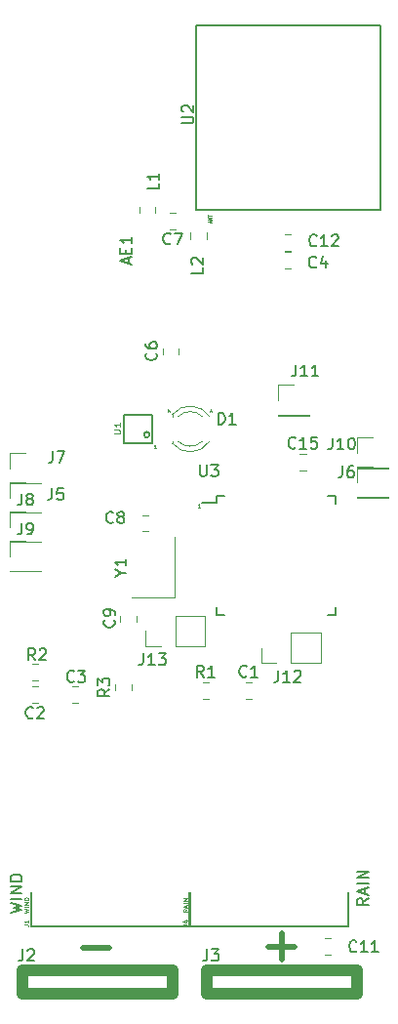
<source format=gto>
G04 #@! TF.GenerationSoftware,KiCad,Pcbnew,5.1.6-c6e7f7d~87~ubuntu20.04.1*
G04 #@! TF.CreationDate,2020-07-20T11:44:09+02:00*
G04 #@! TF.ProjectId,weerstasie,77656572-7374-4617-9369-652e6b696361,rev?*
G04 #@! TF.SameCoordinates,Original*
G04 #@! TF.FileFunction,Legend,Top*
G04 #@! TF.FilePolarity,Positive*
%FSLAX46Y46*%
G04 Gerber Fmt 4.6, Leading zero omitted, Abs format (unit mm)*
G04 Created by KiCad (PCBNEW 5.1.6-c6e7f7d~87~ubuntu20.04.1) date 2020-07-20 11:44:09*
%MOMM*%
%LPD*%
G01*
G04 APERTURE LIST*
%ADD10C,0.150000*%
%ADD11C,0.070000*%
%ADD12C,0.500000*%
%ADD13C,0.120000*%
%ADD14C,1.000000*%
%ADD15C,0.203200*%
%ADD16C,0.125000*%
%ADD17C,0.025400*%
G04 APERTURE END LIST*
D10*
X132989580Y-123715352D02*
X132513390Y-124048685D01*
X132989580Y-124286780D02*
X131989580Y-124286780D01*
X131989580Y-123905828D01*
X132037200Y-123810590D01*
X132084819Y-123762971D01*
X132180057Y-123715352D01*
X132322914Y-123715352D01*
X132418152Y-123762971D01*
X132465771Y-123810590D01*
X132513390Y-123905828D01*
X132513390Y-124286780D01*
X132703866Y-123334400D02*
X132703866Y-122858209D01*
X132989580Y-123429638D02*
X131989580Y-123096304D01*
X132989580Y-122762971D01*
X132989580Y-122429638D02*
X131989580Y-122429638D01*
X132989580Y-121953447D02*
X131989580Y-121953447D01*
X132989580Y-121382019D01*
X131989580Y-121382019D01*
X101915980Y-124982076D02*
X102915980Y-124743980D01*
X102201695Y-124553504D01*
X102915980Y-124363028D01*
X101915980Y-124124933D01*
X102915980Y-123743980D02*
X101915980Y-123743980D01*
X102915980Y-123267790D02*
X101915980Y-123267790D01*
X102915980Y-122696361D01*
X101915980Y-122696361D01*
X102915980Y-122220171D02*
X101915980Y-122220171D01*
X101915980Y-121982076D01*
X101963600Y-121839219D01*
X102058838Y-121743980D01*
X102154076Y-121696361D01*
X102344552Y-121648742D01*
X102487409Y-121648742D01*
X102677885Y-121696361D01*
X102773123Y-121743980D01*
X102868361Y-121839219D01*
X102915980Y-121982076D01*
X102915980Y-122220171D01*
D11*
X115593028Y-81568114D02*
X115593028Y-81268114D01*
X115764457Y-81568114D02*
X115635885Y-81396685D01*
X115764457Y-81268114D02*
X115593028Y-81439542D01*
X119206971Y-81482400D02*
X119349828Y-81482400D01*
X119178400Y-81568114D02*
X119278400Y-81268114D01*
X119378400Y-81568114D01*
X119277600Y-65112857D02*
X119277600Y-64970000D01*
X119363314Y-65141428D02*
X119063314Y-65041428D01*
X119363314Y-64941428D01*
X119363314Y-64841428D02*
X119063314Y-64841428D01*
X119363314Y-64670000D01*
X119063314Y-64670000D01*
X119063314Y-64570000D02*
X119063314Y-64398571D01*
X119363314Y-64484285D02*
X119063314Y-64484285D01*
X118348114Y-89797714D02*
X118176685Y-89797714D01*
X118262400Y-89797714D02*
X118262400Y-89497714D01*
X118233828Y-89540571D01*
X118205257Y-89569142D01*
X118176685Y-89583428D01*
X114538114Y-84666914D02*
X114366685Y-84666914D01*
X114452400Y-84666914D02*
X114452400Y-84366914D01*
X114423828Y-84409771D01*
X114395257Y-84438342D01*
X114366685Y-84452628D01*
D12*
X108178742Y-128027085D02*
X110464457Y-128027085D01*
X124333142Y-127925485D02*
X126618857Y-127925485D01*
X125476000Y-129068342D02*
X125476000Y-126782628D01*
D13*
X118613422Y-106424800D02*
X119130578Y-106424800D01*
X118613422Y-105004800D02*
X119130578Y-105004800D01*
X103779822Y-104799200D02*
X104296978Y-104799200D01*
X103779822Y-103379200D02*
X104296978Y-103379200D01*
X112419200Y-105668578D02*
X112419200Y-105151422D01*
X110999200Y-105668578D02*
X110999200Y-105151422D01*
D10*
X134000000Y-64000000D02*
X134000000Y-48000000D01*
X134000000Y-48000000D02*
X118000000Y-48000000D01*
X118000000Y-48000000D02*
X118000000Y-64000000D01*
X118000000Y-64000000D02*
X134000000Y-64000000D01*
X119825000Y-88825000D02*
X119825000Y-89400000D01*
X130175000Y-88825000D02*
X130175000Y-89500000D01*
X130175000Y-99175000D02*
X130175000Y-98500000D01*
X119825000Y-99175000D02*
X119825000Y-98500000D01*
X119825000Y-88825000D02*
X120500000Y-88825000D01*
X119825000Y-99175000D02*
X120500000Y-99175000D01*
X130175000Y-99175000D02*
X129500000Y-99175000D01*
X130175000Y-88825000D02*
X129500000Y-88825000D01*
X119825000Y-89400000D02*
X118550000Y-89400000D01*
D13*
X125162000Y-81848000D02*
X127822000Y-81848000D01*
X125162000Y-81788000D02*
X125162000Y-81848000D01*
X127822000Y-81788000D02*
X127822000Y-81848000D01*
X125162000Y-81788000D02*
X127822000Y-81788000D01*
X125162000Y-80518000D02*
X125162000Y-79188000D01*
X125162000Y-79188000D02*
X126492000Y-79188000D01*
X128870000Y-103330000D02*
X128870000Y-100670000D01*
X126270000Y-103330000D02*
X128870000Y-103330000D01*
X126270000Y-100670000D02*
X128870000Y-100670000D01*
X126270000Y-103330000D02*
X126270000Y-100670000D01*
X125000000Y-103330000D02*
X123670000Y-103330000D01*
X123670000Y-103330000D02*
X123670000Y-102000000D01*
X118830400Y-101863200D02*
X118830400Y-99203200D01*
X116230400Y-101863200D02*
X118830400Y-101863200D01*
X116230400Y-99203200D02*
X118830400Y-99203200D01*
X116230400Y-101863200D02*
X116230400Y-99203200D01*
X114960400Y-101863200D02*
X113630400Y-101863200D01*
X113630400Y-101863200D02*
X113630400Y-100533200D01*
X115960000Y-81764000D02*
X115960000Y-81920000D01*
X115960000Y-84080000D02*
X115960000Y-84236000D01*
X119192335Y-81921392D02*
G75*
G03*
X115960000Y-81764484I-1672335J-1078608D01*
G01*
X119192335Y-84078608D02*
G75*
G02*
X115960000Y-84235516I-1672335J1078608D01*
G01*
X118561130Y-81920163D02*
G75*
G03*
X116479039Y-81920000I-1041130J-1079837D01*
G01*
X118561130Y-84079837D02*
G75*
G02*
X116479039Y-84080000I-1041130J1079837D01*
G01*
D10*
X111750000Y-81750000D02*
X114250000Y-81750000D01*
X111750000Y-84250000D02*
X111750000Y-81750000D01*
X114250000Y-84250000D02*
X111750000Y-84250000D01*
X114250000Y-81750000D02*
X114250000Y-84250000D01*
X114000000Y-83500000D02*
G75*
G03*
X114000000Y-83500000I-250000J0D01*
G01*
D13*
X132020000Y-88960000D02*
X134680000Y-88960000D01*
X132020000Y-88900000D02*
X132020000Y-88960000D01*
X134680000Y-88900000D02*
X134680000Y-88960000D01*
X132020000Y-88900000D02*
X134680000Y-88900000D01*
X132020000Y-87630000D02*
X132020000Y-86300000D01*
X132020000Y-86300000D02*
X133350000Y-86300000D01*
X101895600Y-87740800D02*
X104555600Y-87740800D01*
X101895600Y-87680800D02*
X101895600Y-87740800D01*
X104555600Y-87680800D02*
X104555600Y-87740800D01*
X101895600Y-87680800D02*
X104555600Y-87680800D01*
X101895600Y-86410800D02*
X101895600Y-85080800D01*
X101895600Y-85080800D02*
X103225600Y-85080800D01*
X101895600Y-92820800D02*
X104555600Y-92820800D01*
X101895600Y-92760800D02*
X101895600Y-92820800D01*
X104555600Y-92760800D02*
X104555600Y-92820800D01*
X101895600Y-92760800D02*
X104555600Y-92760800D01*
X101895600Y-91490800D02*
X101895600Y-90160800D01*
X101895600Y-90160800D02*
X103225600Y-90160800D01*
X101895600Y-95360800D02*
X104555600Y-95360800D01*
X101895600Y-95300800D02*
X101895600Y-95360800D01*
X104555600Y-95300800D02*
X104555600Y-95360800D01*
X101895600Y-95300800D02*
X104555600Y-95300800D01*
X101895600Y-94030800D02*
X101895600Y-92700800D01*
X101895600Y-92700800D02*
X103225600Y-92700800D01*
X132020000Y-86420000D02*
X134680000Y-86420000D01*
X132020000Y-86360000D02*
X132020000Y-86420000D01*
X134680000Y-86360000D02*
X134680000Y-86420000D01*
X132020000Y-86360000D02*
X134680000Y-86360000D01*
X132020000Y-85090000D02*
X132020000Y-83760000D01*
X132020000Y-83760000D02*
X133350000Y-83760000D01*
X101895600Y-90280800D02*
X104555600Y-90280800D01*
X101895600Y-90220800D02*
X101895600Y-90280800D01*
X104555600Y-90220800D02*
X104555600Y-90280800D01*
X101895600Y-90220800D02*
X104555600Y-90220800D01*
X101895600Y-88950800D02*
X101895600Y-87620800D01*
X101895600Y-87620800D02*
X103225600Y-87620800D01*
D14*
X103000000Y-131000000D02*
X103000000Y-130500000D01*
X103000000Y-130500000D02*
X103000000Y-130000000D01*
X103000000Y-130000000D02*
X116000000Y-130000000D01*
X116000000Y-130000000D02*
X116000000Y-132000000D01*
X116000000Y-132000000D02*
X103000000Y-132000000D01*
X103000000Y-132000000D02*
X103000000Y-131000000D01*
X119000000Y-131000000D02*
X119000000Y-130500000D01*
X119000000Y-130500000D02*
X119000000Y-130000000D01*
X119000000Y-130000000D02*
X132000000Y-130000000D01*
X132000000Y-130000000D02*
X132000000Y-132000000D01*
X132000000Y-132000000D02*
X119000000Y-132000000D01*
X119000000Y-132000000D02*
X119000000Y-131000000D01*
D13*
X122321822Y-106424800D02*
X122838978Y-106424800D01*
X122321822Y-105004800D02*
X122838978Y-105004800D01*
X104296978Y-105309600D02*
X103779822Y-105309600D01*
X104296978Y-106729600D02*
X103779822Y-106729600D01*
X107802178Y-106729600D02*
X107285022Y-106729600D01*
X107802178Y-105309600D02*
X107285022Y-105309600D01*
X126242578Y-69086800D02*
X125725422Y-69086800D01*
X126242578Y-67666800D02*
X125725422Y-67666800D01*
X115114000Y-76509378D02*
X115114000Y-75992222D01*
X116534000Y-76509378D02*
X116534000Y-75992222D01*
X116258578Y-65710000D02*
X115741422Y-65710000D01*
X116258578Y-64290000D02*
X115741422Y-64290000D01*
X113921278Y-90476000D02*
X113404122Y-90476000D01*
X113921278Y-91896000D02*
X113404122Y-91896000D01*
X112876400Y-99235522D02*
X112876400Y-99752678D01*
X111456400Y-99235522D02*
X111456400Y-99752678D01*
X129207522Y-128624400D02*
X129724678Y-128624400D01*
X129207522Y-127204400D02*
X129724678Y-127204400D01*
X126242578Y-66142800D02*
X125725422Y-66142800D01*
X126242578Y-67562800D02*
X125725422Y-67562800D01*
X127046222Y-85192800D02*
X127563378Y-85192800D01*
X127046222Y-86612800D02*
X127563378Y-86612800D01*
X113082000Y-63749422D02*
X113082000Y-64266578D01*
X114502000Y-63749422D02*
X114502000Y-64266578D01*
X117501600Y-66501778D02*
X117501600Y-65984622D01*
X118921600Y-66501778D02*
X118921600Y-65984622D01*
X116166000Y-97646000D02*
X116166000Y-92346000D01*
X112466000Y-97646000D02*
X116166000Y-97646000D01*
D15*
X103742000Y-123207000D02*
X103742000Y-126128000D01*
X103742000Y-126128000D02*
X117458000Y-126128000D01*
X117458000Y-126128000D02*
X117458000Y-123207000D01*
X131258000Y-126128000D02*
X131258000Y-123207000D01*
X117542000Y-126128000D02*
X131258000Y-126128000D01*
X117542000Y-123207000D02*
X117542000Y-126128000D01*
D10*
X118705333Y-104517180D02*
X118372000Y-104040990D01*
X118133904Y-104517180D02*
X118133904Y-103517180D01*
X118514857Y-103517180D01*
X118610095Y-103564800D01*
X118657714Y-103612419D01*
X118705333Y-103707657D01*
X118705333Y-103850514D01*
X118657714Y-103945752D01*
X118610095Y-103993371D01*
X118514857Y-104040990D01*
X118133904Y-104040990D01*
X119657714Y-104517180D02*
X119086285Y-104517180D01*
X119372000Y-104517180D02*
X119372000Y-103517180D01*
X119276761Y-103660038D01*
X119181523Y-103755276D01*
X119086285Y-103802895D01*
X104080933Y-103050780D02*
X103747600Y-102574590D01*
X103509504Y-103050780D02*
X103509504Y-102050780D01*
X103890457Y-102050780D01*
X103985695Y-102098400D01*
X104033314Y-102146019D01*
X104080933Y-102241257D01*
X104080933Y-102384114D01*
X104033314Y-102479352D01*
X103985695Y-102526971D01*
X103890457Y-102574590D01*
X103509504Y-102574590D01*
X104461885Y-102146019D02*
X104509504Y-102098400D01*
X104604742Y-102050780D01*
X104842838Y-102050780D01*
X104938076Y-102098400D01*
X104985695Y-102146019D01*
X105033314Y-102241257D01*
X105033314Y-102336495D01*
X104985695Y-102479352D01*
X104414266Y-103050780D01*
X105033314Y-103050780D01*
X110511580Y-105576666D02*
X110035390Y-105910000D01*
X110511580Y-106148095D02*
X109511580Y-106148095D01*
X109511580Y-105767142D01*
X109559200Y-105671904D01*
X109606819Y-105624285D01*
X109702057Y-105576666D01*
X109844914Y-105576666D01*
X109940152Y-105624285D01*
X109987771Y-105671904D01*
X110035390Y-105767142D01*
X110035390Y-106148095D01*
X109511580Y-105243333D02*
X109511580Y-104624285D01*
X109892533Y-104957619D01*
X109892533Y-104814761D01*
X109940152Y-104719523D01*
X109987771Y-104671904D01*
X110083009Y-104624285D01*
X110321104Y-104624285D01*
X110416342Y-104671904D01*
X110463961Y-104719523D01*
X110511580Y-104814761D01*
X110511580Y-105100476D01*
X110463961Y-105195714D01*
X110416342Y-105243333D01*
X116800380Y-56489504D02*
X117609904Y-56489504D01*
X117705142Y-56441885D01*
X117752761Y-56394266D01*
X117800380Y-56299028D01*
X117800380Y-56108552D01*
X117752761Y-56013314D01*
X117705142Y-55965695D01*
X117609904Y-55918076D01*
X116800380Y-55918076D01*
X116895619Y-55489504D02*
X116848000Y-55441885D01*
X116800380Y-55346647D01*
X116800380Y-55108552D01*
X116848000Y-55013314D01*
X116895619Y-54965695D01*
X116990857Y-54918076D01*
X117086095Y-54918076D01*
X117228952Y-54965695D01*
X117800380Y-55537123D01*
X117800380Y-54918076D01*
X118364095Y-86117180D02*
X118364095Y-86926704D01*
X118411714Y-87021942D01*
X118459333Y-87069561D01*
X118554571Y-87117180D01*
X118745047Y-87117180D01*
X118840285Y-87069561D01*
X118887904Y-87021942D01*
X118935523Y-86926704D01*
X118935523Y-86117180D01*
X119316476Y-86117180D02*
X119935523Y-86117180D01*
X119602190Y-86498133D01*
X119745047Y-86498133D01*
X119840285Y-86545752D01*
X119887904Y-86593371D01*
X119935523Y-86688609D01*
X119935523Y-86926704D01*
X119887904Y-87021942D01*
X119840285Y-87069561D01*
X119745047Y-87117180D01*
X119459333Y-87117180D01*
X119364095Y-87069561D01*
X119316476Y-87021942D01*
X126698476Y-77430380D02*
X126698476Y-78144666D01*
X126650857Y-78287523D01*
X126555619Y-78382761D01*
X126412761Y-78430380D01*
X126317523Y-78430380D01*
X127698476Y-78430380D02*
X127127047Y-78430380D01*
X127412761Y-78430380D02*
X127412761Y-77430380D01*
X127317523Y-77573238D01*
X127222285Y-77668476D01*
X127127047Y-77716095D01*
X128650857Y-78430380D02*
X128079428Y-78430380D01*
X128365142Y-78430380D02*
X128365142Y-77430380D01*
X128269904Y-77573238D01*
X128174666Y-77668476D01*
X128079428Y-77716095D01*
X125174476Y-103947980D02*
X125174476Y-104662266D01*
X125126857Y-104805123D01*
X125031619Y-104900361D01*
X124888761Y-104947980D01*
X124793523Y-104947980D01*
X126174476Y-104947980D02*
X125603047Y-104947980D01*
X125888761Y-104947980D02*
X125888761Y-103947980D01*
X125793523Y-104090838D01*
X125698285Y-104186076D01*
X125603047Y-104233695D01*
X126555428Y-104043219D02*
X126603047Y-103995600D01*
X126698285Y-103947980D01*
X126936380Y-103947980D01*
X127031619Y-103995600D01*
X127079238Y-104043219D01*
X127126857Y-104138457D01*
X127126857Y-104233695D01*
X127079238Y-104376552D01*
X126507809Y-104947980D01*
X127126857Y-104947980D01*
X113439676Y-102474780D02*
X113439676Y-103189066D01*
X113392057Y-103331923D01*
X113296819Y-103427161D01*
X113153961Y-103474780D01*
X113058723Y-103474780D01*
X114439676Y-103474780D02*
X113868247Y-103474780D01*
X114153961Y-103474780D02*
X114153961Y-102474780D01*
X114058723Y-102617638D01*
X113963485Y-102712876D01*
X113868247Y-102760495D01*
X114773009Y-102474780D02*
X115392057Y-102474780D01*
X115058723Y-102855733D01*
X115201580Y-102855733D01*
X115296819Y-102903352D01*
X115344438Y-102950971D01*
X115392057Y-103046209D01*
X115392057Y-103284304D01*
X115344438Y-103379542D01*
X115296819Y-103427161D01*
X115201580Y-103474780D01*
X114915866Y-103474780D01*
X114820628Y-103427161D01*
X114773009Y-103379542D01*
X119962704Y-82595980D02*
X119962704Y-81595980D01*
X120200800Y-81595980D01*
X120343657Y-81643600D01*
X120438895Y-81738838D01*
X120486514Y-81834076D01*
X120534133Y-82024552D01*
X120534133Y-82167409D01*
X120486514Y-82357885D01*
X120438895Y-82453123D01*
X120343657Y-82548361D01*
X120200800Y-82595980D01*
X119962704Y-82595980D01*
X121486514Y-82595980D02*
X120915085Y-82595980D01*
X121200800Y-82595980D02*
X121200800Y-81595980D01*
X121105561Y-81738838D01*
X121010323Y-81834076D01*
X120915085Y-81881695D01*
D16*
X110927390Y-83413542D02*
X111332152Y-83413542D01*
X111379771Y-83384971D01*
X111403580Y-83356400D01*
X111427390Y-83299257D01*
X111427390Y-83184971D01*
X111403580Y-83127828D01*
X111379771Y-83099257D01*
X111332152Y-83070685D01*
X110927390Y-83070685D01*
X111427390Y-82470685D02*
X111427390Y-82813542D01*
X111427390Y-82642114D02*
X110927390Y-82642114D01*
X110998819Y-82699257D01*
X111046438Y-82756400D01*
X111070247Y-82813542D01*
D10*
X130730666Y-86218780D02*
X130730666Y-86933066D01*
X130683047Y-87075923D01*
X130587809Y-87171161D01*
X130444952Y-87218780D01*
X130349714Y-87218780D01*
X131635428Y-86218780D02*
X131444952Y-86218780D01*
X131349714Y-86266400D01*
X131302095Y-86314019D01*
X131206857Y-86456876D01*
X131159238Y-86647352D01*
X131159238Y-87028304D01*
X131206857Y-87123542D01*
X131254476Y-87171161D01*
X131349714Y-87218780D01*
X131540190Y-87218780D01*
X131635428Y-87171161D01*
X131683047Y-87123542D01*
X131730666Y-87028304D01*
X131730666Y-86790209D01*
X131683047Y-86694971D01*
X131635428Y-86647352D01*
X131540190Y-86599733D01*
X131349714Y-86599733D01*
X131254476Y-86647352D01*
X131206857Y-86694971D01*
X131159238Y-86790209D01*
X105584666Y-84948780D02*
X105584666Y-85663066D01*
X105537047Y-85805923D01*
X105441809Y-85901161D01*
X105298952Y-85948780D01*
X105203714Y-85948780D01*
X105965619Y-84948780D02*
X106632285Y-84948780D01*
X106203714Y-85948780D01*
X102892266Y-88613180D02*
X102892266Y-89327466D01*
X102844647Y-89470323D01*
X102749409Y-89565561D01*
X102606552Y-89613180D01*
X102511314Y-89613180D01*
X103511314Y-89041752D02*
X103416076Y-88994133D01*
X103368457Y-88946514D01*
X103320838Y-88851276D01*
X103320838Y-88803657D01*
X103368457Y-88708419D01*
X103416076Y-88660800D01*
X103511314Y-88613180D01*
X103701790Y-88613180D01*
X103797028Y-88660800D01*
X103844647Y-88708419D01*
X103892266Y-88803657D01*
X103892266Y-88851276D01*
X103844647Y-88946514D01*
X103797028Y-88994133D01*
X103701790Y-89041752D01*
X103511314Y-89041752D01*
X103416076Y-89089371D01*
X103368457Y-89136990D01*
X103320838Y-89232228D01*
X103320838Y-89422704D01*
X103368457Y-89517942D01*
X103416076Y-89565561D01*
X103511314Y-89613180D01*
X103701790Y-89613180D01*
X103797028Y-89565561D01*
X103844647Y-89517942D01*
X103892266Y-89422704D01*
X103892266Y-89232228D01*
X103844647Y-89136990D01*
X103797028Y-89089371D01*
X103701790Y-89041752D01*
X102892266Y-91153180D02*
X102892266Y-91867466D01*
X102844647Y-92010323D01*
X102749409Y-92105561D01*
X102606552Y-92153180D01*
X102511314Y-92153180D01*
X103416076Y-92153180D02*
X103606552Y-92153180D01*
X103701790Y-92105561D01*
X103749409Y-92057942D01*
X103844647Y-91915085D01*
X103892266Y-91724609D01*
X103892266Y-91343657D01*
X103844647Y-91248419D01*
X103797028Y-91200800D01*
X103701790Y-91153180D01*
X103511314Y-91153180D01*
X103416076Y-91200800D01*
X103368457Y-91248419D01*
X103320838Y-91343657D01*
X103320838Y-91581752D01*
X103368457Y-91676990D01*
X103416076Y-91724609D01*
X103511314Y-91772228D01*
X103701790Y-91772228D01*
X103797028Y-91724609D01*
X103844647Y-91676990D01*
X103892266Y-91581752D01*
X129848076Y-83780380D02*
X129848076Y-84494666D01*
X129800457Y-84637523D01*
X129705219Y-84732761D01*
X129562361Y-84780380D01*
X129467123Y-84780380D01*
X130848076Y-84780380D02*
X130276647Y-84780380D01*
X130562361Y-84780380D02*
X130562361Y-83780380D01*
X130467123Y-83923238D01*
X130371885Y-84018476D01*
X130276647Y-84066095D01*
X131467123Y-83780380D02*
X131562361Y-83780380D01*
X131657600Y-83828000D01*
X131705219Y-83875619D01*
X131752838Y-83970857D01*
X131800457Y-84161333D01*
X131800457Y-84399428D01*
X131752838Y-84589904D01*
X131705219Y-84685142D01*
X131657600Y-84732761D01*
X131562361Y-84780380D01*
X131467123Y-84780380D01*
X131371885Y-84732761D01*
X131324266Y-84685142D01*
X131276647Y-84589904D01*
X131229028Y-84399428D01*
X131229028Y-84161333D01*
X131276647Y-83970857D01*
X131324266Y-83875619D01*
X131371885Y-83828000D01*
X131467123Y-83780380D01*
X105533866Y-88149180D02*
X105533866Y-88863466D01*
X105486247Y-89006323D01*
X105391009Y-89101561D01*
X105248152Y-89149180D01*
X105152914Y-89149180D01*
X106486247Y-88149180D02*
X106010057Y-88149180D01*
X105962438Y-88625371D01*
X106010057Y-88577752D01*
X106105295Y-88530133D01*
X106343390Y-88530133D01*
X106438628Y-88577752D01*
X106486247Y-88625371D01*
X106533866Y-88720609D01*
X106533866Y-88958704D01*
X106486247Y-89053942D01*
X106438628Y-89101561D01*
X106343390Y-89149180D01*
X106105295Y-89149180D01*
X106010057Y-89101561D01*
X105962438Y-89053942D01*
X102993866Y-128128780D02*
X102993866Y-128843066D01*
X102946247Y-128985923D01*
X102851009Y-129081161D01*
X102708152Y-129128780D01*
X102612914Y-129128780D01*
X103422438Y-128224019D02*
X103470057Y-128176400D01*
X103565295Y-128128780D01*
X103803390Y-128128780D01*
X103898628Y-128176400D01*
X103946247Y-128224019D01*
X103993866Y-128319257D01*
X103993866Y-128414495D01*
X103946247Y-128557352D01*
X103374819Y-129128780D01*
X103993866Y-129128780D01*
X118993866Y-128128780D02*
X118993866Y-128843066D01*
X118946247Y-128985923D01*
X118851009Y-129081161D01*
X118708152Y-129128780D01*
X118612914Y-129128780D01*
X119374819Y-128128780D02*
X119993866Y-128128780D01*
X119660533Y-128509733D01*
X119803390Y-128509733D01*
X119898628Y-128557352D01*
X119946247Y-128604971D01*
X119993866Y-128700209D01*
X119993866Y-128938304D01*
X119946247Y-129033542D01*
X119898628Y-129081161D01*
X119803390Y-129128780D01*
X119517676Y-129128780D01*
X119422438Y-129081161D01*
X119374819Y-129033542D01*
X112180666Y-68679866D02*
X112180666Y-68203676D01*
X112466380Y-68775104D02*
X111466380Y-68441771D01*
X112466380Y-68108438D01*
X111942571Y-67775104D02*
X111942571Y-67441771D01*
X112466380Y-67298914D02*
X112466380Y-67775104D01*
X111466380Y-67775104D01*
X111466380Y-67298914D01*
X112466380Y-66346533D02*
X112466380Y-66917961D01*
X112466380Y-66632247D02*
X111466380Y-66632247D01*
X111609238Y-66727485D01*
X111704476Y-66822723D01*
X111752095Y-66917961D01*
X122413733Y-104421942D02*
X122366114Y-104469561D01*
X122223257Y-104517180D01*
X122128019Y-104517180D01*
X121985161Y-104469561D01*
X121889923Y-104374323D01*
X121842304Y-104279085D01*
X121794685Y-104088609D01*
X121794685Y-103945752D01*
X121842304Y-103755276D01*
X121889923Y-103660038D01*
X121985161Y-103564800D01*
X122128019Y-103517180D01*
X122223257Y-103517180D01*
X122366114Y-103564800D01*
X122413733Y-103612419D01*
X123366114Y-104517180D02*
X122794685Y-104517180D01*
X123080400Y-104517180D02*
X123080400Y-103517180D01*
X122985161Y-103660038D01*
X122889923Y-103755276D01*
X122794685Y-103802895D01*
X103871733Y-108026742D02*
X103824114Y-108074361D01*
X103681257Y-108121980D01*
X103586019Y-108121980D01*
X103443161Y-108074361D01*
X103347923Y-107979123D01*
X103300304Y-107883885D01*
X103252685Y-107693409D01*
X103252685Y-107550552D01*
X103300304Y-107360076D01*
X103347923Y-107264838D01*
X103443161Y-107169600D01*
X103586019Y-107121980D01*
X103681257Y-107121980D01*
X103824114Y-107169600D01*
X103871733Y-107217219D01*
X104252685Y-107217219D02*
X104300304Y-107169600D01*
X104395542Y-107121980D01*
X104633638Y-107121980D01*
X104728876Y-107169600D01*
X104776495Y-107217219D01*
X104824114Y-107312457D01*
X104824114Y-107407695D01*
X104776495Y-107550552D01*
X104205066Y-108121980D01*
X104824114Y-108121980D01*
X107433333Y-104857142D02*
X107385714Y-104904761D01*
X107242857Y-104952380D01*
X107147619Y-104952380D01*
X107004761Y-104904761D01*
X106909523Y-104809523D01*
X106861904Y-104714285D01*
X106814285Y-104523809D01*
X106814285Y-104380952D01*
X106861904Y-104190476D01*
X106909523Y-104095238D01*
X107004761Y-104000000D01*
X107147619Y-103952380D01*
X107242857Y-103952380D01*
X107385714Y-104000000D01*
X107433333Y-104047619D01*
X107766666Y-103952380D02*
X108385714Y-103952380D01*
X108052380Y-104333333D01*
X108195238Y-104333333D01*
X108290476Y-104380952D01*
X108338095Y-104428571D01*
X108385714Y-104523809D01*
X108385714Y-104761904D01*
X108338095Y-104857142D01*
X108290476Y-104904761D01*
X108195238Y-104952380D01*
X107909523Y-104952380D01*
X107814285Y-104904761D01*
X107766666Y-104857142D01*
X128458933Y-68937142D02*
X128411314Y-68984761D01*
X128268457Y-69032380D01*
X128173219Y-69032380D01*
X128030361Y-68984761D01*
X127935123Y-68889523D01*
X127887504Y-68794285D01*
X127839885Y-68603809D01*
X127839885Y-68460952D01*
X127887504Y-68270476D01*
X127935123Y-68175238D01*
X128030361Y-68080000D01*
X128173219Y-68032380D01*
X128268457Y-68032380D01*
X128411314Y-68080000D01*
X128458933Y-68127619D01*
X129316076Y-68365714D02*
X129316076Y-69032380D01*
X129077980Y-67984761D02*
X128839885Y-68699047D01*
X129458933Y-68699047D01*
X114531142Y-76417466D02*
X114578761Y-76465085D01*
X114626380Y-76607942D01*
X114626380Y-76703180D01*
X114578761Y-76846038D01*
X114483523Y-76941276D01*
X114388285Y-76988895D01*
X114197809Y-77036514D01*
X114054952Y-77036514D01*
X113864476Y-76988895D01*
X113769238Y-76941276D01*
X113674000Y-76846038D01*
X113626380Y-76703180D01*
X113626380Y-76607942D01*
X113674000Y-76465085D01*
X113721619Y-76417466D01*
X113626380Y-75560323D02*
X113626380Y-75750800D01*
X113674000Y-75846038D01*
X113721619Y-75893657D01*
X113864476Y-75988895D01*
X114054952Y-76036514D01*
X114435904Y-76036514D01*
X114531142Y-75988895D01*
X114578761Y-75941276D01*
X114626380Y-75846038D01*
X114626380Y-75655561D01*
X114578761Y-75560323D01*
X114531142Y-75512704D01*
X114435904Y-75465085D01*
X114197809Y-75465085D01*
X114102571Y-75512704D01*
X114054952Y-75560323D01*
X114007333Y-75655561D01*
X114007333Y-75846038D01*
X114054952Y-75941276D01*
X114102571Y-75988895D01*
X114197809Y-76036514D01*
X115809733Y-66905142D02*
X115762114Y-66952761D01*
X115619257Y-67000380D01*
X115524019Y-67000380D01*
X115381161Y-66952761D01*
X115285923Y-66857523D01*
X115238304Y-66762285D01*
X115190685Y-66571809D01*
X115190685Y-66428952D01*
X115238304Y-66238476D01*
X115285923Y-66143238D01*
X115381161Y-66048000D01*
X115524019Y-66000380D01*
X115619257Y-66000380D01*
X115762114Y-66048000D01*
X115809733Y-66095619D01*
X116143066Y-66000380D02*
X116809733Y-66000380D01*
X116381161Y-67000380D01*
X110831333Y-91085942D02*
X110783714Y-91133561D01*
X110640857Y-91181180D01*
X110545619Y-91181180D01*
X110402761Y-91133561D01*
X110307523Y-91038323D01*
X110259904Y-90943085D01*
X110212285Y-90752609D01*
X110212285Y-90609752D01*
X110259904Y-90419276D01*
X110307523Y-90324038D01*
X110402761Y-90228800D01*
X110545619Y-90181180D01*
X110640857Y-90181180D01*
X110783714Y-90228800D01*
X110831333Y-90276419D01*
X111402761Y-90609752D02*
X111307523Y-90562133D01*
X111259904Y-90514514D01*
X111212285Y-90419276D01*
X111212285Y-90371657D01*
X111259904Y-90276419D01*
X111307523Y-90228800D01*
X111402761Y-90181180D01*
X111593238Y-90181180D01*
X111688476Y-90228800D01*
X111736095Y-90276419D01*
X111783714Y-90371657D01*
X111783714Y-90419276D01*
X111736095Y-90514514D01*
X111688476Y-90562133D01*
X111593238Y-90609752D01*
X111402761Y-90609752D01*
X111307523Y-90657371D01*
X111259904Y-90704990D01*
X111212285Y-90800228D01*
X111212285Y-90990704D01*
X111259904Y-91085942D01*
X111307523Y-91133561D01*
X111402761Y-91181180D01*
X111593238Y-91181180D01*
X111688476Y-91133561D01*
X111736095Y-91085942D01*
X111783714Y-90990704D01*
X111783714Y-90800228D01*
X111736095Y-90704990D01*
X111688476Y-90657371D01*
X111593238Y-90609752D01*
X110897942Y-99582266D02*
X110945561Y-99629885D01*
X110993180Y-99772742D01*
X110993180Y-99867980D01*
X110945561Y-100010838D01*
X110850323Y-100106076D01*
X110755085Y-100153695D01*
X110564609Y-100201314D01*
X110421752Y-100201314D01*
X110231276Y-100153695D01*
X110136038Y-100106076D01*
X110040800Y-100010838D01*
X109993180Y-99867980D01*
X109993180Y-99772742D01*
X110040800Y-99629885D01*
X110088419Y-99582266D01*
X110993180Y-99106076D02*
X110993180Y-98915600D01*
X110945561Y-98820361D01*
X110897942Y-98772742D01*
X110755085Y-98677504D01*
X110564609Y-98629885D01*
X110183657Y-98629885D01*
X110088419Y-98677504D01*
X110040800Y-98725123D01*
X109993180Y-98820361D01*
X109993180Y-99010838D01*
X110040800Y-99106076D01*
X110088419Y-99153695D01*
X110183657Y-99201314D01*
X110421752Y-99201314D01*
X110516990Y-99153695D01*
X110564609Y-99106076D01*
X110612228Y-99010838D01*
X110612228Y-98820361D01*
X110564609Y-98725123D01*
X110516990Y-98677504D01*
X110421752Y-98629885D01*
X131945142Y-128271542D02*
X131897523Y-128319161D01*
X131754666Y-128366780D01*
X131659428Y-128366780D01*
X131516571Y-128319161D01*
X131421333Y-128223923D01*
X131373714Y-128128685D01*
X131326095Y-127938209D01*
X131326095Y-127795352D01*
X131373714Y-127604876D01*
X131421333Y-127509638D01*
X131516571Y-127414400D01*
X131659428Y-127366780D01*
X131754666Y-127366780D01*
X131897523Y-127414400D01*
X131945142Y-127462019D01*
X132897523Y-128366780D02*
X132326095Y-128366780D01*
X132611809Y-128366780D02*
X132611809Y-127366780D01*
X132516571Y-127509638D01*
X132421333Y-127604876D01*
X132326095Y-127652495D01*
X133849904Y-128366780D02*
X133278476Y-128366780D01*
X133564190Y-128366780D02*
X133564190Y-127366780D01*
X133468952Y-127509638D01*
X133373714Y-127604876D01*
X133278476Y-127652495D01*
X128490742Y-67057542D02*
X128443123Y-67105161D01*
X128300266Y-67152780D01*
X128205028Y-67152780D01*
X128062171Y-67105161D01*
X127966933Y-67009923D01*
X127919314Y-66914685D01*
X127871695Y-66724209D01*
X127871695Y-66581352D01*
X127919314Y-66390876D01*
X127966933Y-66295638D01*
X128062171Y-66200400D01*
X128205028Y-66152780D01*
X128300266Y-66152780D01*
X128443123Y-66200400D01*
X128490742Y-66248019D01*
X129443123Y-67152780D02*
X128871695Y-67152780D01*
X129157409Y-67152780D02*
X129157409Y-66152780D01*
X129062171Y-66295638D01*
X128966933Y-66390876D01*
X128871695Y-66438495D01*
X129824076Y-66248019D02*
X129871695Y-66200400D01*
X129966933Y-66152780D01*
X130205028Y-66152780D01*
X130300266Y-66200400D01*
X130347885Y-66248019D01*
X130395504Y-66343257D01*
X130395504Y-66438495D01*
X130347885Y-66581352D01*
X129776457Y-67152780D01*
X130395504Y-67152780D01*
X126661942Y-84609942D02*
X126614323Y-84657561D01*
X126471466Y-84705180D01*
X126376228Y-84705180D01*
X126233371Y-84657561D01*
X126138133Y-84562323D01*
X126090514Y-84467085D01*
X126042895Y-84276609D01*
X126042895Y-84133752D01*
X126090514Y-83943276D01*
X126138133Y-83848038D01*
X126233371Y-83752800D01*
X126376228Y-83705180D01*
X126471466Y-83705180D01*
X126614323Y-83752800D01*
X126661942Y-83800419D01*
X127614323Y-84705180D02*
X127042895Y-84705180D01*
X127328609Y-84705180D02*
X127328609Y-83705180D01*
X127233371Y-83848038D01*
X127138133Y-83943276D01*
X127042895Y-83990895D01*
X128519085Y-83705180D02*
X128042895Y-83705180D01*
X127995276Y-84181371D01*
X128042895Y-84133752D01*
X128138133Y-84086133D01*
X128376228Y-84086133D01*
X128471466Y-84133752D01*
X128519085Y-84181371D01*
X128566704Y-84276609D01*
X128566704Y-84514704D01*
X128519085Y-84609942D01*
X128471466Y-84657561D01*
X128376228Y-84705180D01*
X128138133Y-84705180D01*
X128042895Y-84657561D01*
X127995276Y-84609942D01*
X114803180Y-61685466D02*
X114803180Y-62161657D01*
X113803180Y-62161657D01*
X114803180Y-60828323D02*
X114803180Y-61399752D01*
X114803180Y-61114038D02*
X113803180Y-61114038D01*
X113946038Y-61209276D01*
X114041276Y-61304514D01*
X114088895Y-61399752D01*
X118613180Y-69000666D02*
X118613180Y-69476857D01*
X117613180Y-69476857D01*
X117708419Y-68714952D02*
X117660800Y-68667333D01*
X117613180Y-68572095D01*
X117613180Y-68334000D01*
X117660800Y-68238761D01*
X117708419Y-68191142D01*
X117803657Y-68143523D01*
X117898895Y-68143523D01*
X118041752Y-68191142D01*
X118613180Y-68762571D01*
X118613180Y-68143523D01*
X111492190Y-95472190D02*
X111968380Y-95472190D01*
X110968380Y-95805523D02*
X111492190Y-95472190D01*
X110968380Y-95138857D01*
X111968380Y-94281714D02*
X111968380Y-94853142D01*
X111968380Y-94567428D02*
X110968380Y-94567428D01*
X111111238Y-94662666D01*
X111206476Y-94757904D01*
X111254095Y-94853142D01*
D17*
X103095047Y-126017866D02*
X103385333Y-126017866D01*
X103443390Y-126037219D01*
X103482095Y-126075923D01*
X103501447Y-126133980D01*
X103501447Y-126172685D01*
X103501447Y-125611466D02*
X103501447Y-125843695D01*
X103501447Y-125727580D02*
X103095047Y-125727580D01*
X103153104Y-125766285D01*
X103191809Y-125804990D01*
X103211161Y-125843695D01*
X103095047Y-124994609D02*
X103501447Y-124897847D01*
X103211161Y-124820438D01*
X103501447Y-124743028D01*
X103095047Y-124646266D01*
X103501447Y-124491447D02*
X103095047Y-124491447D01*
X103501447Y-124297923D02*
X103095047Y-124297923D01*
X103501447Y-124065695D01*
X103095047Y-124065695D01*
X103501447Y-123872171D02*
X103095047Y-123872171D01*
X103095047Y-123775409D01*
X103114400Y-123717352D01*
X103153104Y-123678647D01*
X103191809Y-123659295D01*
X103269219Y-123639942D01*
X103327276Y-123639942D01*
X103404685Y-123659295D01*
X103443390Y-123678647D01*
X103482095Y-123717352D01*
X103501447Y-123775409D01*
X103501447Y-123872171D01*
X116895047Y-126017866D02*
X117185333Y-126017866D01*
X117243390Y-126037219D01*
X117282095Y-126075923D01*
X117301447Y-126133980D01*
X117301447Y-126172685D01*
X117030514Y-125650171D02*
X117301447Y-125650171D01*
X116875695Y-125746933D02*
X117165980Y-125843695D01*
X117165980Y-125592114D01*
X117301447Y-124665619D02*
X117107923Y-124801085D01*
X117301447Y-124897847D02*
X116895047Y-124897847D01*
X116895047Y-124743028D01*
X116914400Y-124704323D01*
X116933752Y-124684971D01*
X116972457Y-124665619D01*
X117030514Y-124665619D01*
X117069219Y-124684971D01*
X117088571Y-124704323D01*
X117107923Y-124743028D01*
X117107923Y-124897847D01*
X117185333Y-124510800D02*
X117185333Y-124317276D01*
X117301447Y-124549504D02*
X116895047Y-124414038D01*
X117301447Y-124278571D01*
X117301447Y-124143104D02*
X116895047Y-124143104D01*
X117301447Y-123949580D02*
X116895047Y-123949580D01*
X117301447Y-123717352D01*
X116895047Y-123717352D01*
M02*

</source>
